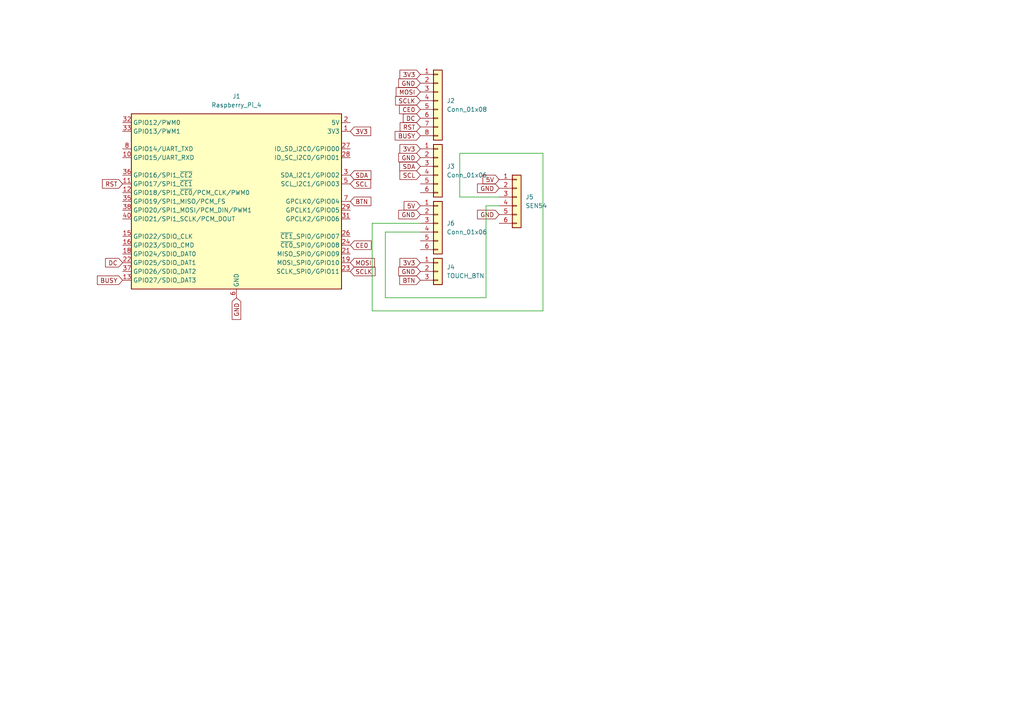
<source format=kicad_sch>
(kicad_sch (version 20250114) (generator "eeschema") (generator_version "9.0")
  (paper "A4")
  (lib_symbols
    (symbol "Connector:Raspberry_Pi_4"
      (property "Reference" "J" (at -17.526 48.768 0))
      (property "Value" "Raspberry_Pi_4" (at 15.748 -26.416 0))
      (symbol "Raspberry_Pi_4_0_1"
        (rectangle (start -30.48 25.4) (end 30.48 -25.4) (stroke (width 0.254)) (fill (type background)))
      )
      (symbol "Raspberry_Pi_4_1_1"
        (pin bidirectional line (at -33.02 22.86 0) (length 2.54) (name "GPIO12/PWM0") (number "32"))
        (pin bidirectional line (at -33.02 20.32 0) (length 2.54) (name "GPIO13/PWM1") (number "33"))
        (pin bidirectional line (at -33.02 15.24 0) (length 2.54) (name "GPIO14/UART_TXD") (number "8"))
        (pin bidirectional line (at -33.02 12.7 0) (length 2.54) (name "GPIO15/UART_RXD") (number "10"))
        (pin bidirectional line (at -33.02 7.62 0) (length 2.54) (name "GPIO16/SPI1_~{CE2}") (number "36"))
        (pin bidirectional line (at -33.02 5.08 0) (length 2.54) (name "GPIO17/SPI1_~{CE1}") (number "11"))
        (pin bidirectional line (at -33.02 2.54 0) (length 2.54) (name "GPIO18/SPI1_~{CE0}/PCM_CLK/PWM0") (number "12"))
        (pin bidirectional line (at -33.02 0 0) (length 2.54) (name "GPIO19/SPI1_MISO/PCM_FS") (number "35"))
        (pin bidirectional line (at -33.02 -2.54 0) (length 2.54) (name "GPIO20/SPI1_MOSI/PCM_DIN/PWM1") (number "38"))
        (pin bidirectional line (at -33.02 -5.08 0) (length 2.54) (name "GPIO21/SPI1_SCLK/PCM_DOUT") (number "40"))
        (pin bidirectional line (at -33.02 -10.16 0) (length 2.54) (name "GPIO22/SDIO_CLK") (number "15"))
        (pin bidirectional line (at -33.02 -12.7 0) (length 2.54) (name "GPIO23/SDIO_CMD") (number "16"))
        (pin bidirectional line (at -33.02 -15.24 0) (length 2.54) (name "GPIO24/SDIO_DAT0") (number "18"))
        (pin bidirectional line (at -33.02 -17.78 0) (length 2.54) (name "GPIO25/SDIO_DAT1") (number "22"))
        (pin bidirectional line (at -33.02 -20.32 0) (length 2.54) (name "GPIO26/SDIO_DAT2") (number "37"))
        (pin bidirectional line (at -33.02 -22.86 0) (length 2.54) (name "GPIO27/SDIO_DAT3") (number "13"))
        (pin passive line (at 0 -27.94 90) (length 2.54) (hide yes) (name "GND") (number "14"))
        (pin passive line (at 0 -27.94 90) (length 2.54) (hide yes) (name "GND") (number "20"))
        (pin passive line (at 0 -27.94 90) (length 2.54) (hide yes) (name "GND") (number "25"))
        (pin passive line (at 0 -27.94 90) (length 2.54) (hide yes) (name "GND") (number "30"))
        (pin passive line (at 0 -27.94 90) (length 2.54) (hide yes) (name "GND") (number "34"))
        (pin passive line (at 0 -27.94 90) (length 2.54) (hide yes) (name "GND") (number "39"))
        (pin power_out line (at 0 -27.94 90) (length 2.54) (name "GND") (number "6"))
        (pin passive line (at 0 -27.94 90) (length 2.54) (hide yes) (name "GND") (number "9"))
        (pin power_out line (at 33.02 22.86 180) (length 2.54) (name "5V") (number "2"))
        (pin passive line (at 33.02 22.86 180) (length 2.54) (hide yes) (name "5V") (number "4"))
        (pin power_out line (at 33.02 20.32 180) (length 2.54) (name "3V3") (number "1"))
        (pin passive line (at 33.02 20.32 180) (length 2.54) (hide yes) (name "3V3") (number "17"))
        (pin bidirectional line (at 33.02 15.24 180) (length 2.54) (name "ID_SD_I2C0/GPIO00") (number "27"))
        (pin bidirectional line (at 33.02 12.7 180) (length 2.54) (name "ID_SC_I2C0/GPIO01") (number "28"))
        (pin bidirectional line (at 33.02 7.62 180) (length 2.54) (name "SDA_I2C1/GPIO02") (number "3"))
        (pin bidirectional line (at 33.02 5.08 180) (length 2.54) (name "SCL_I2C1/GPIO03") (number "5"))
        (pin bidirectional line (at 33.02 0 180) (length 2.54) (name "GPCLK0/GPIO04") (number "7"))
        (pin bidirectional line (at 33.02 -2.54 180) (length 2.54) (name "GPCLK1/GPIO05") (number "29"))
        (pin bidirectional line (at 33.02 -5.08 180) (length 2.54) (name "GPCLK2/GPIO06") (number "31"))
        (pin bidirectional line (at 33.02 -10.16 180) (length 2.54) (name "~{CE1}_SPI0/GPIO07") (number "26"))
        (pin bidirectional line (at 33.02 -12.7 180) (length 2.54) (name "~{CE0}_SPI0/GPIO08") (number "24"))
        (pin bidirectional line (at 33.02 -15.24 180) (length 2.54) (name "MISO_SPI0/GPIO09") (number "21"))
        (pin bidirectional line (at 33.02 -17.78 180) (length 2.54) (name "MOSI_SPI0/GPIO10") (number "19"))
        (pin bidirectional line (at 33.02 -20.32 180) (length 2.54) (name "SCLK_SPI0/GPIO11") (number "23"))
      )
    )
    (symbol "Connector_Generic:Conn_01x03" (pin_names (offset 1.016) (hide yes))
      (property "Reference" "J" (at 0 5.08 0))
      (property "Value" "Conn_01x03" (at 0 -5.08 0))
      (symbol "Conn_01x03_1_1"
        (rectangle (start -1.27 3.81) (end 1.27 -3.81) (stroke (width 0.254)) (fill (type background)))
        (rectangle (start -1.27 2.667) (end 0 2.413) (stroke (width 0.1524)))
        (rectangle (start -1.27 0.127) (end 0 -0.127) (stroke (width 0.1524)))
        (rectangle (start -1.27 -2.413) (end 0 -2.667) (stroke (width 0.1524)))
        (pin passive line (at -5.08 2.54 0) (length 3.81) (name "Pin_1") (number "1"))
        (pin passive line (at -5.08 0 0) (length 3.81) (name "Pin_2") (number "2"))
        (pin passive line (at -5.08 -2.54 0) (length 3.81) (name "Pin_3") (number "3"))
      )
    )
    (symbol "Connector_Generic:Conn_01x06" (pin_names (offset 1.016) (hide yes))
      (property "Reference" "J" (at 0 7.62 0))
      (property "Value" "Conn_01x06" (at 0 -10.16 0))
      (symbol "Conn_01x06_1_1"
        (rectangle (start -1.27 6.35) (end 1.27 -8.89) (stroke (width 0.254)) (fill (type background)))
        (rectangle (start -1.27 5.207) (end 0 4.953) (stroke (width 0.1524)))
        (rectangle (start -1.27 2.667) (end 0 2.413) (stroke (width 0.1524)))
        (rectangle (start -1.27 0.127) (end 0 -0.127) (stroke (width 0.1524)))
        (rectangle (start -1.27 -2.413) (end 0 -2.667) (stroke (width 0.1524)))
        (rectangle (start -1.27 -4.953) (end 0 -5.207) (stroke (width 0.1524)))
        (rectangle (start -1.27 -7.493) (end 0 -7.747) (stroke (width 0.1524)))
        (pin passive line (at -5.08 5.08 0) (length 3.81) (name "Pin_1") (number "1"))
        (pin passive line (at -5.08 2.54 0) (length 3.81) (name "Pin_2") (number "2"))
        (pin passive line (at -5.08 0 0) (length 3.81) (name "Pin_3") (number "3"))
        (pin passive line (at -5.08 -2.54 0) (length 3.81) (name "Pin_4") (number "4"))
        (pin passive line (at -5.08 -5.08 0) (length 3.81) (name "Pin_5") (number "5"))
        (pin passive line (at -5.08 -7.62 0) (length 3.81) (name "Pin_6") (number "6"))
      )
    )
    (symbol "Connector_Generic:Conn_01x08" (pin_names (offset 1.016) (hide yes))
      (property "Reference" "J" (at 0 10.16 0))
      (property "Value" "Conn_01x08" (at 0 -12.7 0))
      (symbol "Conn_01x08_1_1"
        (rectangle (start -1.27 8.89) (end 1.27 -11.43) (stroke (width 0.254)) (fill (type background)))
        (rectangle (start -1.27 7.747) (end 0 7.493) (stroke (width 0.1524)))
        (rectangle (start -1.27 5.207) (end 0 4.953) (stroke (width 0.1524)))
        (rectangle (start -1.27 2.667) (end 0 2.413) (stroke (width 0.1524)))
        (rectangle (start -1.27 0.127) (end 0 -0.127) (stroke (width 0.1524)))
        (rectangle (start -1.27 -2.413) (end 0 -2.667) (stroke (width 0.1524)))
        (rectangle (start -1.27 -4.953) (end 0 -5.207) (stroke (width 0.1524)))
        (rectangle (start -1.27 -7.493) (end 0 -7.747) (stroke (width 0.1524)))
        (rectangle (start -1.27 -10.033) (end 0 -10.287) (stroke (width 0.1524)))
        (pin passive line (at -5.08 7.62 0) (length 3.81) (name "Pin_1") (number "1"))
        (pin passive line (at -5.08 5.08 0) (length 3.81) (name "Pin_2") (number "2"))
        (pin passive line (at -5.08 2.54 0) (length 3.81) (name "Pin_3") (number "3"))
        (pin passive line (at -5.08 0 0) (length 3.81) (name "Pin_4") (number "4"))
        (pin passive line (at -5.08 -2.54 0) (length 3.81) (name "Pin_5") (number "5"))
        (pin passive line (at -5.08 -5.08 0) (length 3.81) (name "Pin_6") (number "6"))
        (pin passive line (at -5.08 -7.62 0) (length 3.81) (name "Pin_7") (number "7"))
        (pin passive line (at -5.08 -10.16 0) (length 3.81) (name "Pin_8") (number "8"))
      )
    )
  )
  (wire (pts (xy 133.35 57.15) (xy 144.78 57.15)))
  (wire (pts (xy 133.35 44.45) (xy 133.35 57.15)))
  (wire (pts (xy 140.97 86.36) (xy 140.97 59.69)))
  (wire (pts (xy 111.76 86.36) (xy 140.97 86.36)))
  (wire (pts (xy 121.92 64.77) (xy 107.95 64.77)))
  (wire (pts (xy 107.95 64.77) (xy 107.95 90.17)))
  (wire (pts (xy 157.48 90.17) (xy 157.48 44.45)))
  (wire (pts (xy 157.48 44.45) (xy 133.35 44.45)))
  (wire (pts (xy 107.95 90.17) (xy 157.48 90.17)))
  (wire (pts (xy 111.76 67.31) (xy 111.76 86.36)))
  (wire (pts (xy 140.97 59.69) (xy 144.78 59.69)))
  (wire (pts (xy 121.92 67.31) (xy 111.76 67.31)))
  (global_label "3V3" (shape input) (at 121.92 21.59 180) (property "Intersheetrefs" "${INTERSHEET_REFS}" (effects (hide yes))))
  (global_label "CE0" (shape input) (at 101.6 71.12 0) (property "Intersheetrefs" "${INTERSHEET_REFS}" (effects (hide yes))))
  (global_label "RST" (shape input) (at 121.92 36.83 180) (property "Intersheetrefs" "${INTERSHEET_REFS}" (effects (hide yes))))
  (global_label "BUSY" (shape input) (at 121.92 39.37 180) (property "Intersheetrefs" "${INTERSHEET_REFS}" (effects (hide yes))))
  (global_label "GND" (shape input) (at 144.78 62.23 180) (property "Intersheetrefs" "${INTERSHEET_REFS}" (effects (hide yes))))
  (global_label "SCL" (shape input) (at 101.6 53.34 0) (property "Intersheetrefs" "${INTERSHEET_REFS}" (effects (hide yes))))
  (global_label "GND" (shape input) (at 121.92 24.13 180) (property "Intersheetrefs" "${INTERSHEET_REFS}" (effects (hide yes))))
  (global_label "BTN" (shape input) (at 121.92 81.28 180) (property "Intersheetrefs" "${INTERSHEET_REFS}" (effects (hide yes))))
  (global_label "5V" (shape input) (at 144.78 52.07 180) (property "Intersheetrefs" "${INTERSHEET_REFS}" (effects (hide yes))))
  (global_label "GND" (shape input) (at 121.92 78.74 180) (property "Intersheetrefs" "${INTERSHEET_REFS}" (effects (hide yes))))
  (global_label "DC" (shape input) (at 121.92 34.29 180) (property "Intersheetrefs" "${INTERSHEET_REFS}" (effects (hide yes))))
  (global_label "3V3" (shape input) (at 121.92 43.18 180) (property "Intersheetrefs" "${INTERSHEET_REFS}" (effects (hide yes))))
  (global_label "3V3" (shape input) (at 121.92 76.2 180) (property "Intersheetrefs" "${INTERSHEET_REFS}" (effects (hide yes))))
  (global_label "DC" (shape input) (at 35.56 76.2 180) (property "Intersheetrefs" "${INTERSHEET_REFS}" (effects (hide yes))))
  (global_label "SCLK" (shape input) (at 101.6 78.74 0) (property "Intersheetrefs" "${INTERSHEET_REFS}" (effects (hide yes))))
  (global_label "5V" (shape input) (at 121.92 59.69 180) (property "Intersheetrefs" "${INTERSHEET_REFS}" (effects (hide yes))))
  (global_label "MOSI" (shape input) (at 101.6 76.2 0) (property "Intersheetrefs" "${INTERSHEET_REFS}" (effects (hide yes))))
  (global_label "CE0" (shape input) (at 121.92 31.75 180) (property "Intersheetrefs" "${INTERSHEET_REFS}" (effects (hide yes))))
  (global_label "GND" (shape input) (at 144.78 54.61 180) (property "Intersheetrefs" "${INTERSHEET_REFS}" (effects (hide yes))))
  (global_label "GND" (shape input) (at 121.92 62.23 180) (property "Intersheetrefs" "${INTERSHEET_REFS}" (effects (hide yes))))
  (global_label "3V3" (shape input) (at 101.6 38.1 0) (property "Intersheetrefs" "${INTERSHEET_REFS}" (effects (hide yes))))
  (global_label "SCLK" (shape input) (at 121.92 29.21 180) (property "Intersheetrefs" "${INTERSHEET_REFS}" (effects (hide yes))))
  (global_label "BTN" (shape input) (at 101.6 58.42 0) (property "Intersheetrefs" "${INTERSHEET_REFS}" (effects (hide yes))))
  (global_label "SCL" (shape input) (at 121.92 50.8 180) (property "Intersheetrefs" "${INTERSHEET_REFS}" (effects (hide yes))))
  (global_label "SDA" (shape input) (at 121.92 48.26 180) (property "Intersheetrefs" "${INTERSHEET_REFS}" (effects (hide yes))))
  (global_label "MOSI" (shape input) (at 121.92 26.67 180) (property "Intersheetrefs" "${INTERSHEET_REFS}" (effects (hide yes))))
  (global_label "SDA" (shape input) (at 101.6 50.8 0) (property "Intersheetrefs" "${INTERSHEET_REFS}" (effects (hide yes))))
  (global_label "GND" (shape input) (at 68.58 86.36 270) (property "Intersheetrefs" "${INTERSHEET_REFS}" (effects (hide yes))))
  (global_label "BUSY" (shape input) (at 35.56 81.28 180) (property "Intersheetrefs" "${INTERSHEET_REFS}" (effects (hide yes))))
  (global_label "GND" (shape input) (at 121.92 45.72 180) (property "Intersheetrefs" "${INTERSHEET_REFS}" (effects (hide yes))))
  (global_label "RST" (shape input) (at 35.56 53.34 180) (property "Intersheetrefs" "${INTERSHEET_REFS}" (effects (hide yes))))
  (symbol (lib_id "Connector_Generic:Conn_01x06") (at 149.86 57.15 0) (unit 1)
    (property "Reference" "J5" (at 152.4 57.1499 0) (effects (justify left)))
    (property "Value" "SEN54" (at 152.4 59.6899 0) (effects (justify left)))
    (property "Footprint" "Connector_PinHeader_2.54mm:PinHeader_1x06_P2.54mm_Vertical" (effects (hide yes)))
    (property "Description" "Generic connector, single row, 01x06, script generated (kicad-library-utils/schlib/autogen/connector/)" (effects (hide yes)))
  )
  (symbol (lib_id "Connector_Generic:Conn_01x08") (at 127 29.21 0) (unit 1)
    (property "Reference" "J2" (at 129.54 29.2099 0) (effects (justify left)))
    (property "Value" "Conn_01x08" (at 129.54 31.7499 0) (effects (justify left)))
    (property "Footprint" "Connector_PinHeader_2.54mm:PinHeader_1x08_P2.54mm_Vertical" (effects (hide yes)))
    (property "Description" "Generic connector, single row, 01x08, script generated (kicad-library-utils/schlib/autogen/connector/)" (effects (hide yes)))
  )
  (symbol (lib_id "Connector_Generic:Conn_01x06") (at 127 64.77 0) (unit 1)
    (property "Reference" "J6" (at 129.54 64.7699 0) (effects (justify left)))
    (property "Value" "Conn_01x06" (at 129.54 67.3099 0) (effects (justify left)))
    (property "Footprint" "Connector_PinHeader_2.54mm:PinHeader_1x06_P2.54mm_Vertical" (effects (hide yes)))
    (property "Description" "Generic connector, single row, 01x06, script generated (kicad-library-utils/schlib/autogen/connector/)" (effects (hide yes)))
  )
  (symbol (lib_id "Connector_Generic:Conn_01x06") (at 127 48.26 0) (unit 1)
    (property "Reference" "J3" (at 129.54 48.2599 0) (effects (justify left)))
    (property "Value" "Conn_01x06" (at 129.54 50.7999 0) (effects (justify left)))
    (property "Footprint" "Connector_PinHeader_2.54mm:PinHeader_1x06_P2.54mm_Vertical" (effects (hide yes)))
    (property "Description" "Generic connector, single row, 01x06, script generated (kicad-library-utils/schlib/autogen/connector/)" (effects (hide yes)))
  )
  (symbol (lib_id "Connector:Raspberry_Pi_4") (at 68.58 58.42 0) (unit 1)
    (property "Reference" "J1" (at 68.58 27.94 0))
    (property "Value" "Raspberry_Pi_4" (at 68.58 30.48 0))
    (property "Footprint" "Connector_PinSocket_2.54mm:PinSocket_2x20_P2.54mm_Vertical" (effects (hide yes)))
    (property "Datasheet" "https://datasheets.raspberrypi.com/rpi4/raspberry-pi-4-datasheet.pdf" (effects (hide yes)))
    (property "Description" "Raspberry Pi 4 Model B" (effects (hide yes)))
  )
  (symbol (lib_id "Connector_Generic:Conn_01x03") (at 127 78.74 0) (unit 1)
    (property "Reference" "J4" (at 129.54 77.4699 0) (effects (justify left)))
    (property "Value" "TOUCH_BTN" (at 129.54 80.0099 0) (effects (justify left)))
    (property "Footprint" "Connector_PinHeader_2.54mm:PinHeader_1x03_P2.54mm_Vertical" (effects (hide yes)))
    (property "Description" "Generic connector, single row, 01x03, script generated (kicad-library-utils/schlib/autogen/connector/)" (effects (hide yes)))
  )
)
</source>
